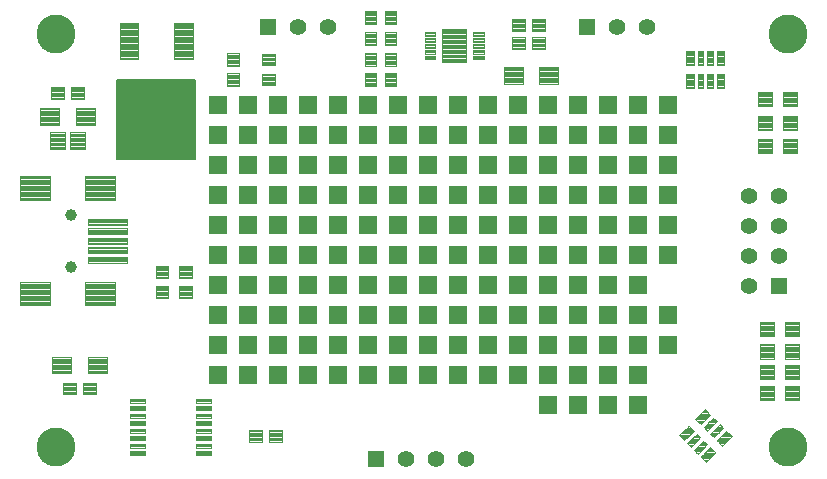
<source format=gts>
G75*
G70*
%OFA0B0*%
%FSLAX24Y24*%
%IPPOS*%
%LPD*%
%AMOC8*
5,1,8,0,0,1.08239X$1,22.5*
%
%ADD10C,0.0043*%
%ADD11C,0.0041*%
%ADD12C,0.0041*%
%ADD13C,0.0040*%
%ADD14C,0.0041*%
%ADD15C,0.0044*%
%ADD16R,0.0555X0.0555*%
%ADD17C,0.0555*%
%ADD18C,0.0041*%
%ADD19C,0.0040*%
%ADD20C,0.0394*%
%ADD21C,0.0054*%
%ADD22C,0.0040*%
%ADD23C,0.0043*%
%ADD24C,0.1300*%
%ADD25R,0.0640X0.0640*%
%ADD26C,0.0041*%
D10*
X006529Y007156D02*
X006959Y007156D01*
X006959Y006764D01*
X006529Y006764D01*
X006529Y007156D01*
X006529Y006806D02*
X006959Y006806D01*
X006959Y006848D02*
X006529Y006848D01*
X006529Y006890D02*
X006959Y006890D01*
X006959Y006932D02*
X006529Y006932D01*
X006529Y006974D02*
X006959Y006974D01*
X006959Y007016D02*
X006529Y007016D01*
X006529Y007058D02*
X006959Y007058D01*
X006959Y007100D02*
X006529Y007100D01*
X006529Y007142D02*
X006959Y007142D01*
X007199Y007156D02*
X007629Y007156D01*
X007629Y006764D01*
X007199Y006764D01*
X007199Y007156D01*
X007199Y006806D02*
X007629Y006806D01*
X007629Y006848D02*
X007199Y006848D01*
X007199Y006890D02*
X007629Y006890D01*
X007629Y006932D02*
X007199Y006932D01*
X007199Y006974D02*
X007629Y006974D01*
X007629Y007016D02*
X007199Y007016D01*
X007199Y007058D02*
X007629Y007058D01*
X007629Y007100D02*
X007199Y007100D01*
X007199Y007142D02*
X007629Y007142D01*
X009620Y009973D02*
X009620Y010365D01*
X010050Y010365D01*
X010050Y009973D01*
X009620Y009973D01*
X009620Y010015D02*
X010050Y010015D01*
X010050Y010057D02*
X009620Y010057D01*
X009620Y010099D02*
X010050Y010099D01*
X010050Y010141D02*
X009620Y010141D01*
X009620Y010183D02*
X010050Y010183D01*
X010050Y010225D02*
X009620Y010225D01*
X009620Y010267D02*
X010050Y010267D01*
X010050Y010309D02*
X009620Y010309D01*
X009620Y010351D02*
X010050Y010351D01*
X009620Y010642D02*
X009620Y011034D01*
X010050Y011034D01*
X010050Y010642D01*
X009620Y010642D01*
X009620Y010684D02*
X010050Y010684D01*
X010050Y010726D02*
X009620Y010726D01*
X009620Y010768D02*
X010050Y010768D01*
X010050Y010810D02*
X009620Y010810D01*
X009620Y010852D02*
X010050Y010852D01*
X010050Y010894D02*
X009620Y010894D01*
X009620Y010936D02*
X010050Y010936D01*
X010050Y010978D02*
X009620Y010978D01*
X009620Y011020D02*
X010050Y011020D01*
X010407Y011034D02*
X010407Y010642D01*
X010407Y011034D02*
X010837Y011034D01*
X010837Y010642D01*
X010407Y010642D01*
X010407Y010684D02*
X010837Y010684D01*
X010837Y010726D02*
X010407Y010726D01*
X010407Y010768D02*
X010837Y010768D01*
X010837Y010810D02*
X010407Y010810D01*
X010407Y010852D02*
X010837Y010852D01*
X010837Y010894D02*
X010407Y010894D01*
X010407Y010936D02*
X010837Y010936D01*
X010837Y010978D02*
X010407Y010978D01*
X010407Y011020D02*
X010837Y011020D01*
X010407Y010365D02*
X010407Y009973D01*
X010407Y010365D02*
X010837Y010365D01*
X010837Y009973D01*
X010407Y009973D01*
X010407Y010015D02*
X010837Y010015D01*
X010837Y010057D02*
X010407Y010057D01*
X010407Y010099D02*
X010837Y010099D01*
X010837Y010141D02*
X010407Y010141D01*
X010407Y010183D02*
X010837Y010183D01*
X010837Y010225D02*
X010407Y010225D01*
X010407Y010267D02*
X010837Y010267D01*
X010837Y010309D02*
X010407Y010309D01*
X010407Y010351D02*
X010837Y010351D01*
X012730Y005189D02*
X013160Y005189D01*
X012730Y005189D02*
X012730Y005581D01*
X013160Y005581D01*
X013160Y005189D01*
X013160Y005231D02*
X012730Y005231D01*
X012730Y005273D02*
X013160Y005273D01*
X013160Y005315D02*
X012730Y005315D01*
X012730Y005357D02*
X013160Y005357D01*
X013160Y005399D02*
X012730Y005399D01*
X012730Y005441D02*
X013160Y005441D01*
X013160Y005483D02*
X012730Y005483D01*
X012730Y005525D02*
X013160Y005525D01*
X013160Y005567D02*
X012730Y005567D01*
X013399Y005189D02*
X013829Y005189D01*
X013399Y005189D02*
X013399Y005581D01*
X013829Y005581D01*
X013829Y005189D01*
X013829Y005231D02*
X013399Y005231D01*
X013399Y005273D02*
X013829Y005273D01*
X013829Y005315D02*
X013399Y005315D01*
X013399Y005357D02*
X013829Y005357D01*
X013829Y005399D02*
X013399Y005399D01*
X013399Y005441D02*
X013829Y005441D01*
X013829Y005483D02*
X013399Y005483D01*
X013399Y005525D02*
X013829Y005525D01*
X013829Y005567D02*
X013399Y005567D01*
X007235Y016999D02*
X006805Y016999D01*
X007235Y016999D02*
X007235Y016607D01*
X006805Y016607D01*
X006805Y016999D01*
X006805Y016649D02*
X007235Y016649D01*
X007235Y016691D02*
X006805Y016691D01*
X006805Y016733D02*
X007235Y016733D01*
X007235Y016775D02*
X006805Y016775D01*
X006805Y016817D02*
X007235Y016817D01*
X007235Y016859D02*
X006805Y016859D01*
X006805Y016901D02*
X007235Y016901D01*
X007235Y016943D02*
X006805Y016943D01*
X006805Y016985D02*
X007235Y016985D01*
X006566Y016999D02*
X006136Y016999D01*
X006566Y016999D02*
X006566Y016607D01*
X006136Y016607D01*
X006136Y016999D01*
X006136Y016649D02*
X006566Y016649D01*
X006566Y016691D02*
X006136Y016691D01*
X006136Y016733D02*
X006566Y016733D01*
X006566Y016775D02*
X006136Y016775D01*
X006136Y016817D02*
X006566Y016817D01*
X006566Y016859D02*
X006136Y016859D01*
X006136Y016901D02*
X006566Y016901D01*
X006566Y016943D02*
X006136Y016943D01*
X006136Y016985D02*
X006566Y016985D01*
X012001Y017040D02*
X012001Y017470D01*
X012393Y017470D01*
X012393Y017040D01*
X012001Y017040D01*
X012001Y017082D02*
X012393Y017082D01*
X012393Y017124D02*
X012001Y017124D01*
X012001Y017166D02*
X012393Y017166D01*
X012393Y017208D02*
X012001Y017208D01*
X012001Y017250D02*
X012393Y017250D01*
X012393Y017292D02*
X012001Y017292D01*
X012001Y017334D02*
X012393Y017334D01*
X012393Y017376D02*
X012001Y017376D01*
X012001Y017418D02*
X012393Y017418D01*
X012393Y017460D02*
X012001Y017460D01*
X012001Y017710D02*
X012001Y018140D01*
X012393Y018140D01*
X012393Y017710D01*
X012001Y017710D01*
X012001Y017752D02*
X012393Y017752D01*
X012393Y017794D02*
X012001Y017794D01*
X012001Y017836D02*
X012393Y017836D01*
X012393Y017878D02*
X012001Y017878D01*
X012001Y017920D02*
X012393Y017920D01*
X012393Y017962D02*
X012001Y017962D01*
X012001Y018004D02*
X012393Y018004D01*
X012393Y018046D02*
X012001Y018046D01*
X012001Y018088D02*
X012393Y018088D01*
X012393Y018130D02*
X012001Y018130D01*
X013163Y018121D02*
X013163Y017729D01*
X013163Y018121D02*
X013593Y018121D01*
X013593Y017729D01*
X013163Y017729D01*
X013163Y017771D02*
X013593Y017771D01*
X013593Y017813D02*
X013163Y017813D01*
X013163Y017855D02*
X013593Y017855D01*
X013593Y017897D02*
X013163Y017897D01*
X013163Y017939D02*
X013593Y017939D01*
X013593Y017981D02*
X013163Y017981D01*
X013163Y018023D02*
X013593Y018023D01*
X013593Y018065D02*
X013163Y018065D01*
X013163Y018107D02*
X013593Y018107D01*
X013163Y017451D02*
X013163Y017059D01*
X013163Y017451D02*
X013593Y017451D01*
X013593Y017059D01*
X013163Y017059D01*
X013163Y017101D02*
X013593Y017101D01*
X013593Y017143D02*
X013163Y017143D01*
X013163Y017185D02*
X013593Y017185D01*
X013593Y017227D02*
X013163Y017227D01*
X013163Y017269D02*
X013593Y017269D01*
X013593Y017311D02*
X013163Y017311D01*
X013163Y017353D02*
X013593Y017353D01*
X013593Y017395D02*
X013163Y017395D01*
X013163Y017437D02*
X013593Y017437D01*
X016588Y017460D02*
X016980Y017460D01*
X016980Y017030D01*
X016588Y017030D01*
X016588Y017460D01*
X016588Y017072D02*
X016980Y017072D01*
X016980Y017114D02*
X016588Y017114D01*
X016588Y017156D02*
X016980Y017156D01*
X016980Y017198D02*
X016588Y017198D01*
X016588Y017240D02*
X016980Y017240D01*
X016980Y017282D02*
X016588Y017282D01*
X016588Y017324D02*
X016980Y017324D01*
X016980Y017366D02*
X016588Y017366D01*
X016588Y017408D02*
X016980Y017408D01*
X016980Y017450D02*
X016588Y017450D01*
X016588Y018149D02*
X016980Y018149D01*
X016980Y017719D01*
X016588Y017719D01*
X016588Y018149D01*
X016588Y017761D02*
X016980Y017761D01*
X016980Y017803D02*
X016588Y017803D01*
X016588Y017845D02*
X016980Y017845D01*
X016980Y017887D02*
X016588Y017887D01*
X016588Y017929D02*
X016980Y017929D01*
X016980Y017971D02*
X016588Y017971D01*
X016588Y018013D02*
X016980Y018013D01*
X016980Y018055D02*
X016588Y018055D01*
X016588Y018097D02*
X016980Y018097D01*
X016980Y018139D02*
X016588Y018139D01*
X016588Y018838D02*
X016980Y018838D01*
X016980Y018408D01*
X016588Y018408D01*
X016588Y018838D01*
X016588Y018450D02*
X016980Y018450D01*
X016980Y018492D02*
X016588Y018492D01*
X016588Y018534D02*
X016980Y018534D01*
X016980Y018576D02*
X016588Y018576D01*
X016588Y018618D02*
X016980Y018618D01*
X016980Y018660D02*
X016588Y018660D01*
X016588Y018702D02*
X016980Y018702D01*
X016980Y018744D02*
X016588Y018744D01*
X016588Y018786D02*
X016980Y018786D01*
X016980Y018828D02*
X016588Y018828D01*
X016588Y019097D02*
X016980Y019097D01*
X016588Y019097D02*
X016588Y019527D01*
X016980Y019527D01*
X016980Y019097D01*
X016980Y019139D02*
X016588Y019139D01*
X016588Y019181D02*
X016980Y019181D01*
X016980Y019223D02*
X016588Y019223D01*
X016588Y019265D02*
X016980Y019265D01*
X016980Y019307D02*
X016588Y019307D01*
X016588Y019349D02*
X016980Y019349D01*
X016980Y019391D02*
X016588Y019391D01*
X016588Y019433D02*
X016980Y019433D01*
X016980Y019475D02*
X016588Y019475D01*
X016588Y019517D02*
X016980Y019517D01*
X017257Y019097D02*
X017649Y019097D01*
X017257Y019097D02*
X017257Y019527D01*
X017649Y019527D01*
X017649Y019097D01*
X017649Y019139D02*
X017257Y019139D01*
X017257Y019181D02*
X017649Y019181D01*
X017649Y019223D02*
X017257Y019223D01*
X017257Y019265D02*
X017649Y019265D01*
X017649Y019307D02*
X017257Y019307D01*
X017257Y019349D02*
X017649Y019349D01*
X017649Y019391D02*
X017257Y019391D01*
X017257Y019433D02*
X017649Y019433D01*
X017649Y019475D02*
X017257Y019475D01*
X017257Y019517D02*
X017649Y019517D01*
X017649Y018838D02*
X017257Y018838D01*
X017649Y018838D02*
X017649Y018408D01*
X017257Y018408D01*
X017257Y018838D01*
X017257Y018450D02*
X017649Y018450D01*
X017649Y018492D02*
X017257Y018492D01*
X017257Y018534D02*
X017649Y018534D01*
X017649Y018576D02*
X017257Y018576D01*
X017257Y018618D02*
X017649Y018618D01*
X017649Y018660D02*
X017257Y018660D01*
X017257Y018702D02*
X017649Y018702D01*
X017649Y018744D02*
X017257Y018744D01*
X017257Y018786D02*
X017649Y018786D01*
X017649Y018828D02*
X017257Y018828D01*
X017257Y018149D02*
X017649Y018149D01*
X017649Y017719D01*
X017257Y017719D01*
X017257Y018149D01*
X017257Y017761D02*
X017649Y017761D01*
X017649Y017803D02*
X017257Y017803D01*
X017257Y017845D02*
X017649Y017845D01*
X017649Y017887D02*
X017257Y017887D01*
X017257Y017929D02*
X017649Y017929D01*
X017649Y017971D02*
X017257Y017971D01*
X017257Y018013D02*
X017649Y018013D01*
X017649Y018055D02*
X017257Y018055D01*
X017257Y018097D02*
X017649Y018097D01*
X017649Y018139D02*
X017257Y018139D01*
X017257Y017460D02*
X017649Y017460D01*
X017649Y017030D01*
X017257Y017030D01*
X017257Y017460D01*
X017257Y017072D02*
X017649Y017072D01*
X017649Y017114D02*
X017257Y017114D01*
X017257Y017156D02*
X017649Y017156D01*
X017649Y017198D02*
X017257Y017198D01*
X017257Y017240D02*
X017649Y017240D01*
X017649Y017282D02*
X017257Y017282D01*
X017257Y017324D02*
X017649Y017324D01*
X017649Y017366D02*
X017257Y017366D01*
X017257Y017408D02*
X017649Y017408D01*
X017649Y017450D02*
X017257Y017450D01*
X021490Y018280D02*
X021920Y018280D01*
X021490Y018280D02*
X021490Y018672D01*
X021920Y018672D01*
X021920Y018280D01*
X021920Y018322D02*
X021490Y018322D01*
X021490Y018364D02*
X021920Y018364D01*
X021920Y018406D02*
X021490Y018406D01*
X021490Y018448D02*
X021920Y018448D01*
X021920Y018490D02*
X021490Y018490D01*
X021490Y018532D02*
X021920Y018532D01*
X021920Y018574D02*
X021490Y018574D01*
X021490Y018616D02*
X021920Y018616D01*
X021920Y018658D02*
X021490Y018658D01*
X022159Y018280D02*
X022589Y018280D01*
X022159Y018280D02*
X022159Y018672D01*
X022589Y018672D01*
X022589Y018280D01*
X022589Y018322D02*
X022159Y018322D01*
X022159Y018364D02*
X022589Y018364D01*
X022589Y018406D02*
X022159Y018406D01*
X022159Y018448D02*
X022589Y018448D01*
X022589Y018490D02*
X022159Y018490D01*
X022159Y018532D02*
X022589Y018532D01*
X022589Y018574D02*
X022159Y018574D01*
X022159Y018616D02*
X022589Y018616D01*
X022589Y018658D02*
X022159Y018658D01*
X022159Y018870D02*
X022589Y018870D01*
X022159Y018870D02*
X022159Y019262D01*
X022589Y019262D01*
X022589Y018870D01*
X022589Y018912D02*
X022159Y018912D01*
X022159Y018954D02*
X022589Y018954D01*
X022589Y018996D02*
X022159Y018996D01*
X022159Y019038D02*
X022589Y019038D01*
X022589Y019080D02*
X022159Y019080D01*
X022159Y019122D02*
X022589Y019122D01*
X022589Y019164D02*
X022159Y019164D01*
X022159Y019206D02*
X022589Y019206D01*
X022589Y019248D02*
X022159Y019248D01*
X021920Y018870D02*
X021490Y018870D01*
X021490Y019262D01*
X021920Y019262D01*
X021920Y018870D01*
X021920Y018912D02*
X021490Y018912D01*
X021490Y018954D02*
X021920Y018954D01*
X021920Y018996D02*
X021490Y018996D01*
X021490Y019038D02*
X021920Y019038D01*
X021920Y019080D02*
X021490Y019080D01*
X021490Y019122D02*
X021920Y019122D01*
X021920Y019164D02*
X021490Y019164D01*
X021490Y019206D02*
X021920Y019206D01*
X021920Y019248D02*
X021490Y019248D01*
D11*
X021233Y017118D02*
X021863Y017118D01*
X021233Y017118D02*
X021233Y017668D01*
X021863Y017668D01*
X021863Y017118D01*
X021863Y017158D02*
X021233Y017158D01*
X021233Y017198D02*
X021863Y017198D01*
X021863Y017238D02*
X021233Y017238D01*
X021233Y017278D02*
X021863Y017278D01*
X021863Y017318D02*
X021233Y017318D01*
X021233Y017358D02*
X021863Y017358D01*
X021863Y017398D02*
X021233Y017398D01*
X021233Y017438D02*
X021863Y017438D01*
X021863Y017478D02*
X021233Y017478D01*
X021233Y017518D02*
X021863Y017518D01*
X021863Y017558D02*
X021233Y017558D01*
X021233Y017598D02*
X021863Y017598D01*
X021863Y017638D02*
X021233Y017638D01*
X022414Y017668D02*
X023044Y017668D01*
X023044Y017118D01*
X022414Y017118D01*
X022414Y017668D01*
X022414Y017158D02*
X023044Y017158D01*
X023044Y017198D02*
X022414Y017198D01*
X022414Y017238D02*
X023044Y017238D01*
X023044Y017278D02*
X022414Y017278D01*
X022414Y017318D02*
X023044Y017318D01*
X023044Y017358D02*
X022414Y017358D01*
X022414Y017398D02*
X023044Y017398D01*
X023044Y017438D02*
X022414Y017438D01*
X022414Y017478D02*
X023044Y017478D01*
X023044Y017518D02*
X022414Y017518D01*
X022414Y017558D02*
X023044Y017558D01*
X023044Y017598D02*
X022414Y017598D01*
X022414Y017638D02*
X023044Y017638D01*
X007591Y016290D02*
X006961Y016290D01*
X007591Y016290D02*
X007591Y015740D01*
X006961Y015740D01*
X006961Y016290D01*
X006961Y015780D02*
X007591Y015780D01*
X007591Y015820D02*
X006961Y015820D01*
X006961Y015860D02*
X007591Y015860D01*
X007591Y015900D02*
X006961Y015900D01*
X006961Y015940D02*
X007591Y015940D01*
X007591Y015980D02*
X006961Y015980D01*
X006961Y016020D02*
X007591Y016020D01*
X007591Y016060D02*
X006961Y016060D01*
X006961Y016100D02*
X007591Y016100D01*
X007591Y016140D02*
X006961Y016140D01*
X006961Y016180D02*
X007591Y016180D01*
X007591Y016220D02*
X006961Y016220D01*
X006961Y016260D02*
X007591Y016260D01*
X006410Y015740D02*
X005780Y015740D01*
X005780Y016290D01*
X006410Y016290D01*
X006410Y015740D01*
X006410Y015780D02*
X005780Y015780D01*
X005780Y015820D02*
X006410Y015820D01*
X006410Y015860D02*
X005780Y015860D01*
X005780Y015900D02*
X006410Y015900D01*
X006410Y015940D02*
X005780Y015940D01*
X005780Y015980D02*
X006410Y015980D01*
X006410Y016020D02*
X005780Y016020D01*
X005780Y016060D02*
X006410Y016060D01*
X006410Y016100D02*
X005780Y016100D01*
X005780Y016140D02*
X006410Y016140D01*
X006410Y016180D02*
X005780Y016180D01*
X005780Y016220D02*
X006410Y016220D01*
X006410Y016260D02*
X005780Y016260D01*
X006174Y007472D02*
X006804Y007472D01*
X006174Y007472D02*
X006174Y008022D01*
X006804Y008022D01*
X006804Y007472D01*
X006804Y007512D02*
X006174Y007512D01*
X006174Y007552D02*
X006804Y007552D01*
X006804Y007592D02*
X006174Y007592D01*
X006174Y007632D02*
X006804Y007632D01*
X006804Y007672D02*
X006174Y007672D01*
X006174Y007712D02*
X006804Y007712D01*
X006804Y007752D02*
X006174Y007752D01*
X006174Y007792D02*
X006804Y007792D01*
X006804Y007832D02*
X006174Y007832D01*
X006174Y007872D02*
X006804Y007872D01*
X006804Y007912D02*
X006174Y007912D01*
X006174Y007952D02*
X006804Y007952D01*
X006804Y007992D02*
X006174Y007992D01*
X007355Y008022D02*
X007985Y008022D01*
X007985Y007472D01*
X007355Y007472D01*
X007355Y008022D01*
X007355Y007512D02*
X007985Y007512D01*
X007985Y007552D02*
X007355Y007552D01*
X007355Y007592D02*
X007985Y007592D01*
X007985Y007632D02*
X007355Y007632D01*
X007355Y007672D02*
X007985Y007672D01*
X007985Y007712D02*
X007355Y007712D01*
X007355Y007752D02*
X007985Y007752D01*
X007985Y007792D02*
X007355Y007792D01*
X007355Y007832D02*
X007985Y007832D01*
X007985Y007872D02*
X007355Y007872D01*
X007355Y007912D02*
X007985Y007912D01*
X007985Y007952D02*
X007355Y007952D01*
X007355Y007992D02*
X007985Y007992D01*
D12*
X018941Y017923D02*
X018941Y018045D01*
X018941Y017923D02*
X018591Y017923D01*
X018591Y018045D01*
X018941Y018045D01*
X018941Y017963D02*
X018591Y017963D01*
X018591Y018003D02*
X018941Y018003D01*
X018941Y018043D02*
X018591Y018043D01*
X018941Y018119D02*
X018941Y018241D01*
X018941Y018119D02*
X018591Y018119D01*
X018591Y018241D01*
X018941Y018241D01*
X018941Y018159D02*
X018591Y018159D01*
X018591Y018199D02*
X018941Y018199D01*
X018941Y018239D02*
X018591Y018239D01*
X018941Y018316D02*
X018941Y018438D01*
X018941Y018316D02*
X018591Y018316D01*
X018591Y018438D01*
X018941Y018438D01*
X018941Y018356D02*
X018591Y018356D01*
X018591Y018396D02*
X018941Y018396D01*
X018941Y018436D02*
X018591Y018436D01*
X018941Y018513D02*
X018941Y018635D01*
X018941Y018513D02*
X018591Y018513D01*
X018591Y018635D01*
X018941Y018635D01*
X018941Y018553D02*
X018591Y018553D01*
X018591Y018593D02*
X018941Y018593D01*
X018941Y018633D02*
X018591Y018633D01*
X018941Y018710D02*
X018941Y018832D01*
X018941Y018710D02*
X018591Y018710D01*
X018591Y018832D01*
X018941Y018832D01*
X018941Y018750D02*
X018591Y018750D01*
X018591Y018790D02*
X018941Y018790D01*
X018941Y018830D02*
X018591Y018830D01*
X020551Y018832D02*
X020551Y018710D01*
X020201Y018710D01*
X020201Y018832D01*
X020551Y018832D01*
X020551Y018750D02*
X020201Y018750D01*
X020201Y018790D02*
X020551Y018790D01*
X020551Y018830D02*
X020201Y018830D01*
X020551Y018635D02*
X020551Y018513D01*
X020201Y018513D01*
X020201Y018635D01*
X020551Y018635D01*
X020551Y018553D02*
X020201Y018553D01*
X020201Y018593D02*
X020551Y018593D01*
X020551Y018633D02*
X020201Y018633D01*
X020551Y018438D02*
X020551Y018316D01*
X020201Y018316D01*
X020201Y018438D01*
X020551Y018438D01*
X020551Y018356D02*
X020201Y018356D01*
X020201Y018396D02*
X020551Y018396D01*
X020551Y018436D02*
X020201Y018436D01*
X020551Y018241D02*
X020551Y018119D01*
X020201Y018119D01*
X020201Y018241D01*
X020551Y018241D01*
X020551Y018159D02*
X020201Y018159D01*
X020201Y018199D02*
X020551Y018199D01*
X020551Y018239D02*
X020201Y018239D01*
X020551Y018045D02*
X020551Y017923D01*
X020201Y017923D01*
X020201Y018045D01*
X020551Y018045D01*
X020551Y017963D02*
X020201Y017963D01*
X020201Y018003D02*
X020551Y018003D01*
X020551Y018043D02*
X020201Y018043D01*
X027702Y018200D02*
X027874Y018200D01*
X027874Y017748D01*
X027702Y017748D01*
X027702Y018200D01*
X027702Y017788D02*
X027874Y017788D01*
X027874Y017828D02*
X027702Y017828D01*
X027702Y017868D02*
X027874Y017868D01*
X027874Y017908D02*
X027702Y017908D01*
X027702Y017948D02*
X027874Y017948D01*
X027874Y017988D02*
X027702Y017988D01*
X027702Y018028D02*
X027874Y018028D01*
X027874Y018068D02*
X027702Y018068D01*
X027702Y018108D02*
X027874Y018108D01*
X027874Y018148D02*
X027702Y018148D01*
X027702Y018188D02*
X027874Y018188D01*
X028017Y018200D02*
X028189Y018200D01*
X028189Y017748D01*
X028017Y017748D01*
X028017Y018200D01*
X028017Y017788D02*
X028189Y017788D01*
X028189Y017828D02*
X028017Y017828D01*
X028017Y017868D02*
X028189Y017868D01*
X028189Y017908D02*
X028017Y017908D01*
X028017Y017948D02*
X028189Y017948D01*
X028189Y017988D02*
X028017Y017988D01*
X028017Y018028D02*
X028189Y018028D01*
X028189Y018068D02*
X028017Y018068D01*
X028017Y018108D02*
X028189Y018108D01*
X028189Y018148D02*
X028017Y018148D01*
X028017Y018188D02*
X028189Y018188D01*
X028189Y017432D02*
X028017Y017432D01*
X028189Y017432D02*
X028189Y016980D01*
X028017Y016980D01*
X028017Y017432D01*
X028017Y017020D02*
X028189Y017020D01*
X028189Y017060D02*
X028017Y017060D01*
X028017Y017100D02*
X028189Y017100D01*
X028189Y017140D02*
X028017Y017140D01*
X028017Y017180D02*
X028189Y017180D01*
X028189Y017220D02*
X028017Y017220D01*
X028017Y017260D02*
X028189Y017260D01*
X028189Y017300D02*
X028017Y017300D01*
X028017Y017340D02*
X028189Y017340D01*
X028189Y017380D02*
X028017Y017380D01*
X028017Y017420D02*
X028189Y017420D01*
X027874Y017432D02*
X027702Y017432D01*
X027874Y017432D02*
X027874Y016980D01*
X027702Y016980D01*
X027702Y017432D01*
X027702Y017020D02*
X027874Y017020D01*
X027874Y017060D02*
X027702Y017060D01*
X027702Y017100D02*
X027874Y017100D01*
X027874Y017140D02*
X027702Y017140D01*
X027702Y017180D02*
X027874Y017180D01*
X027874Y017220D02*
X027702Y017220D01*
X027702Y017260D02*
X027874Y017260D01*
X027874Y017300D02*
X027702Y017300D01*
X027702Y017340D02*
X027874Y017340D01*
X027874Y017380D02*
X027702Y017380D01*
X027702Y017420D02*
X027874Y017420D01*
X027885Y005670D02*
X028007Y005548D01*
X027885Y005670D02*
X028203Y005988D01*
X028325Y005866D01*
X028007Y005548D01*
X028047Y005588D02*
X027967Y005588D01*
X027927Y005628D02*
X028087Y005628D01*
X028127Y005668D02*
X027887Y005668D01*
X027923Y005708D02*
X028167Y005708D01*
X028207Y005748D02*
X027963Y005748D01*
X028003Y005788D02*
X028247Y005788D01*
X028287Y005828D02*
X028043Y005828D01*
X028083Y005868D02*
X028323Y005868D01*
X028283Y005908D02*
X028123Y005908D01*
X028163Y005948D02*
X028243Y005948D01*
X028203Y005988D02*
X028203Y005988D01*
X028108Y005447D02*
X028230Y005325D01*
X028108Y005447D02*
X028426Y005765D01*
X028548Y005643D01*
X028230Y005325D01*
X028270Y005365D02*
X028190Y005365D01*
X028150Y005405D02*
X028310Y005405D01*
X028350Y005445D02*
X028110Y005445D01*
X028146Y005485D02*
X028390Y005485D01*
X028430Y005525D02*
X028186Y005525D01*
X028226Y005565D02*
X028470Y005565D01*
X028510Y005605D02*
X028266Y005605D01*
X028306Y005645D02*
X028546Y005645D01*
X028506Y005685D02*
X028346Y005685D01*
X028386Y005725D02*
X028466Y005725D01*
X028426Y005765D02*
X028426Y005765D01*
X027565Y004904D02*
X027687Y004782D01*
X027565Y004904D02*
X027883Y005222D01*
X028005Y005100D01*
X027687Y004782D01*
X027727Y004822D02*
X027647Y004822D01*
X027607Y004862D02*
X027767Y004862D01*
X027807Y004902D02*
X027567Y004902D01*
X027603Y004942D02*
X027847Y004942D01*
X027887Y004982D02*
X027643Y004982D01*
X027683Y005022D02*
X027927Y005022D01*
X027967Y005062D02*
X027723Y005062D01*
X027763Y005102D02*
X028003Y005102D01*
X027963Y005142D02*
X027803Y005142D01*
X027843Y005182D02*
X027923Y005182D01*
X027883Y005222D02*
X027883Y005222D01*
X027464Y005005D02*
X027342Y005127D01*
X027660Y005445D01*
X027782Y005323D01*
X027464Y005005D01*
X027504Y005045D02*
X027424Y005045D01*
X027384Y005085D02*
X027544Y005085D01*
X027584Y005125D02*
X027344Y005125D01*
X027380Y005165D02*
X027624Y005165D01*
X027664Y005205D02*
X027420Y005205D01*
X027460Y005245D02*
X027704Y005245D01*
X027744Y005285D02*
X027500Y005285D01*
X027540Y005325D02*
X027780Y005325D01*
X027740Y005365D02*
X027580Y005365D01*
X027620Y005405D02*
X027700Y005405D01*
X027660Y005445D02*
X027660Y005445D01*
D13*
X027241Y005227D02*
X027066Y005402D01*
X027385Y005721D01*
X027560Y005546D01*
X027241Y005227D01*
X027280Y005266D02*
X027202Y005266D01*
X027163Y005305D02*
X027319Y005305D01*
X027358Y005344D02*
X027124Y005344D01*
X027085Y005383D02*
X027397Y005383D01*
X027436Y005422D02*
X027086Y005422D01*
X027125Y005461D02*
X027475Y005461D01*
X027514Y005500D02*
X027164Y005500D01*
X027203Y005539D02*
X027553Y005539D01*
X027528Y005578D02*
X027242Y005578D01*
X027281Y005617D02*
X027489Y005617D01*
X027450Y005656D02*
X027320Y005656D01*
X027359Y005695D02*
X027411Y005695D01*
X027609Y005945D02*
X027784Y005770D01*
X027609Y005945D02*
X027928Y006264D01*
X028103Y006089D01*
X027784Y005770D01*
X027823Y005809D02*
X027745Y005809D01*
X027706Y005848D02*
X027862Y005848D01*
X027901Y005887D02*
X027667Y005887D01*
X027628Y005926D02*
X027940Y005926D01*
X027979Y005965D02*
X027629Y005965D01*
X027668Y006004D02*
X028018Y006004D01*
X028057Y006043D02*
X027707Y006043D01*
X027746Y006082D02*
X028096Y006082D01*
X028071Y006121D02*
X027785Y006121D01*
X027824Y006160D02*
X028032Y006160D01*
X027993Y006199D02*
X027863Y006199D01*
X027902Y006238D02*
X027954Y006238D01*
X028330Y005224D02*
X028505Y005049D01*
X028330Y005224D02*
X028649Y005543D01*
X028824Y005368D01*
X028505Y005049D01*
X028544Y005088D02*
X028466Y005088D01*
X028427Y005127D02*
X028583Y005127D01*
X028622Y005166D02*
X028388Y005166D01*
X028349Y005205D02*
X028661Y005205D01*
X028700Y005244D02*
X028350Y005244D01*
X028389Y005283D02*
X028739Y005283D01*
X028778Y005322D02*
X028428Y005322D01*
X028467Y005361D02*
X028817Y005361D01*
X028792Y005400D02*
X028506Y005400D01*
X028545Y005439D02*
X028753Y005439D01*
X028714Y005478D02*
X028584Y005478D01*
X028623Y005517D02*
X028675Y005517D01*
X027787Y004681D02*
X027962Y004506D01*
X027787Y004681D02*
X028106Y005000D01*
X028281Y004825D01*
X027962Y004506D01*
X028001Y004545D02*
X027923Y004545D01*
X027884Y004584D02*
X028040Y004584D01*
X028079Y004623D02*
X027845Y004623D01*
X027806Y004662D02*
X028118Y004662D01*
X028157Y004701D02*
X027807Y004701D01*
X027846Y004740D02*
X028196Y004740D01*
X028235Y004779D02*
X027885Y004779D01*
X027924Y004818D02*
X028274Y004818D01*
X028249Y004857D02*
X027963Y004857D01*
X028002Y004896D02*
X028210Y004896D01*
X028171Y004935D02*
X028041Y004935D01*
X028080Y004974D02*
X028132Y004974D01*
X028331Y017432D02*
X028579Y017432D01*
X028579Y016980D01*
X028331Y016980D01*
X028331Y017432D01*
X028331Y017019D02*
X028579Y017019D01*
X028579Y017058D02*
X028331Y017058D01*
X028331Y017097D02*
X028579Y017097D01*
X028579Y017136D02*
X028331Y017136D01*
X028331Y017175D02*
X028579Y017175D01*
X028579Y017214D02*
X028331Y017214D01*
X028331Y017253D02*
X028579Y017253D01*
X028579Y017292D02*
X028331Y017292D01*
X028331Y017331D02*
X028579Y017331D01*
X028579Y017370D02*
X028331Y017370D01*
X028331Y017409D02*
X028579Y017409D01*
X028579Y018200D02*
X028331Y018200D01*
X028579Y018200D02*
X028579Y017748D01*
X028331Y017748D01*
X028331Y018200D01*
X028331Y017787D02*
X028579Y017787D01*
X028579Y017826D02*
X028331Y017826D01*
X028331Y017865D02*
X028579Y017865D01*
X028579Y017904D02*
X028331Y017904D01*
X028331Y017943D02*
X028579Y017943D01*
X028579Y017982D02*
X028331Y017982D01*
X028331Y018021D02*
X028579Y018021D01*
X028579Y018060D02*
X028331Y018060D01*
X028331Y018099D02*
X028579Y018099D01*
X028579Y018138D02*
X028331Y018138D01*
X028331Y018177D02*
X028579Y018177D01*
X027559Y018200D02*
X027311Y018200D01*
X027559Y018200D02*
X027559Y017748D01*
X027311Y017748D01*
X027311Y018200D01*
X027311Y017787D02*
X027559Y017787D01*
X027559Y017826D02*
X027311Y017826D01*
X027311Y017865D02*
X027559Y017865D01*
X027559Y017904D02*
X027311Y017904D01*
X027311Y017943D02*
X027559Y017943D01*
X027559Y017982D02*
X027311Y017982D01*
X027311Y018021D02*
X027559Y018021D01*
X027559Y018060D02*
X027311Y018060D01*
X027311Y018099D02*
X027559Y018099D01*
X027559Y018138D02*
X027311Y018138D01*
X027311Y018177D02*
X027559Y018177D01*
X027559Y017432D02*
X027311Y017432D01*
X027559Y017432D02*
X027559Y016980D01*
X027311Y016980D01*
X027311Y017432D01*
X027311Y017019D02*
X027559Y017019D01*
X027559Y017058D02*
X027311Y017058D01*
X027311Y017097D02*
X027559Y017097D01*
X027559Y017136D02*
X027311Y017136D01*
X027311Y017175D02*
X027559Y017175D01*
X027559Y017214D02*
X027311Y017214D01*
X027311Y017253D02*
X027559Y017253D01*
X027559Y017292D02*
X027311Y017292D01*
X027311Y017331D02*
X027559Y017331D01*
X027559Y017370D02*
X027311Y017370D01*
X027311Y017409D02*
X027559Y017409D01*
D14*
X029707Y016842D02*
X029707Y016370D01*
X029707Y016842D02*
X030179Y016842D01*
X030179Y016370D01*
X029707Y016370D01*
X029707Y016410D02*
X030179Y016410D01*
X030179Y016450D02*
X029707Y016450D01*
X029707Y016490D02*
X030179Y016490D01*
X030179Y016530D02*
X029707Y016530D01*
X029707Y016570D02*
X030179Y016570D01*
X030179Y016610D02*
X029707Y016610D01*
X029707Y016650D02*
X030179Y016650D01*
X030179Y016690D02*
X029707Y016690D01*
X029707Y016730D02*
X030179Y016730D01*
X030179Y016770D02*
X029707Y016770D01*
X029707Y016810D02*
X030179Y016810D01*
X030534Y016842D02*
X030534Y016370D01*
X030534Y016842D02*
X031006Y016842D01*
X031006Y016370D01*
X030534Y016370D01*
X030534Y016410D02*
X031006Y016410D01*
X031006Y016450D02*
X030534Y016450D01*
X030534Y016490D02*
X031006Y016490D01*
X031006Y016530D02*
X030534Y016530D01*
X030534Y016570D02*
X031006Y016570D01*
X031006Y016610D02*
X030534Y016610D01*
X030534Y016650D02*
X031006Y016650D01*
X031006Y016690D02*
X030534Y016690D01*
X030534Y016730D02*
X031006Y016730D01*
X031006Y016770D02*
X030534Y016770D01*
X030534Y016810D02*
X031006Y016810D01*
X030534Y016054D02*
X030534Y015582D01*
X030534Y016054D02*
X031006Y016054D01*
X031006Y015582D01*
X030534Y015582D01*
X030534Y015622D02*
X031006Y015622D01*
X031006Y015662D02*
X030534Y015662D01*
X030534Y015702D02*
X031006Y015702D01*
X031006Y015742D02*
X030534Y015742D01*
X030534Y015782D02*
X031006Y015782D01*
X031006Y015822D02*
X030534Y015822D01*
X030534Y015862D02*
X031006Y015862D01*
X031006Y015902D02*
X030534Y015902D01*
X030534Y015942D02*
X031006Y015942D01*
X031006Y015982D02*
X030534Y015982D01*
X030534Y016022D02*
X031006Y016022D01*
X029707Y016054D02*
X029707Y015582D01*
X029707Y016054D02*
X030179Y016054D01*
X030179Y015582D01*
X029707Y015582D01*
X029707Y015622D02*
X030179Y015622D01*
X030179Y015662D02*
X029707Y015662D01*
X029707Y015702D02*
X030179Y015702D01*
X030179Y015742D02*
X029707Y015742D01*
X029707Y015782D02*
X030179Y015782D01*
X030179Y015822D02*
X029707Y015822D01*
X029707Y015862D02*
X030179Y015862D01*
X030179Y015902D02*
X029707Y015902D01*
X029707Y015942D02*
X030179Y015942D01*
X030179Y015982D02*
X029707Y015982D01*
X029707Y016022D02*
X030179Y016022D01*
X029707Y015267D02*
X029707Y014795D01*
X029707Y015267D02*
X030179Y015267D01*
X030179Y014795D01*
X029707Y014795D01*
X029707Y014835D02*
X030179Y014835D01*
X030179Y014875D02*
X029707Y014875D01*
X029707Y014915D02*
X030179Y014915D01*
X030179Y014955D02*
X029707Y014955D01*
X029707Y014995D02*
X030179Y014995D01*
X030179Y015035D02*
X029707Y015035D01*
X029707Y015075D02*
X030179Y015075D01*
X030179Y015115D02*
X029707Y015115D01*
X029707Y015155D02*
X030179Y015155D01*
X030179Y015195D02*
X029707Y015195D01*
X029707Y015235D02*
X030179Y015235D01*
X030534Y015267D02*
X030534Y014795D01*
X030534Y015267D02*
X031006Y015267D01*
X031006Y014795D01*
X030534Y014795D01*
X030534Y014835D02*
X031006Y014835D01*
X031006Y014875D02*
X030534Y014875D01*
X030534Y014915D02*
X031006Y014915D01*
X031006Y014955D02*
X030534Y014955D01*
X030534Y014995D02*
X031006Y014995D01*
X031006Y015035D02*
X030534Y015035D01*
X030534Y015075D02*
X031006Y015075D01*
X031006Y015115D02*
X030534Y015115D01*
X030534Y015155D02*
X031006Y015155D01*
X031006Y015195D02*
X030534Y015195D01*
X030534Y015235D02*
X031006Y015235D01*
X031063Y009165D02*
X031063Y008693D01*
X030591Y008693D01*
X030591Y009165D01*
X031063Y009165D01*
X031063Y008733D02*
X030591Y008733D01*
X030591Y008773D02*
X031063Y008773D01*
X031063Y008813D02*
X030591Y008813D01*
X030591Y008853D02*
X031063Y008853D01*
X031063Y008893D02*
X030591Y008893D01*
X030591Y008933D02*
X031063Y008933D01*
X031063Y008973D02*
X030591Y008973D01*
X030591Y009013D02*
X031063Y009013D01*
X031063Y009053D02*
X030591Y009053D01*
X030591Y009093D02*
X031063Y009093D01*
X031063Y009133D02*
X030591Y009133D01*
X030236Y009165D02*
X030236Y008693D01*
X029764Y008693D01*
X029764Y009165D01*
X030236Y009165D01*
X030236Y008733D02*
X029764Y008733D01*
X029764Y008773D02*
X030236Y008773D01*
X030236Y008813D02*
X029764Y008813D01*
X029764Y008853D02*
X030236Y008853D01*
X030236Y008893D02*
X029764Y008893D01*
X029764Y008933D02*
X030236Y008933D01*
X030236Y008973D02*
X029764Y008973D01*
X029764Y009013D02*
X030236Y009013D01*
X030236Y009053D02*
X029764Y009053D01*
X029764Y009093D02*
X030236Y009093D01*
X030236Y009133D02*
X029764Y009133D01*
X030236Y008426D02*
X030236Y007954D01*
X029764Y007954D01*
X029764Y008426D01*
X030236Y008426D01*
X030236Y007994D02*
X029764Y007994D01*
X029764Y008034D02*
X030236Y008034D01*
X030236Y008074D02*
X029764Y008074D01*
X029764Y008114D02*
X030236Y008114D01*
X030236Y008154D02*
X029764Y008154D01*
X029764Y008194D02*
X030236Y008194D01*
X030236Y008234D02*
X029764Y008234D01*
X029764Y008274D02*
X030236Y008274D01*
X030236Y008314D02*
X029764Y008314D01*
X029764Y008354D02*
X030236Y008354D01*
X030236Y008394D02*
X029764Y008394D01*
X031063Y008426D02*
X031063Y007954D01*
X030591Y007954D01*
X030591Y008426D01*
X031063Y008426D01*
X031063Y007994D02*
X030591Y007994D01*
X030591Y008034D02*
X031063Y008034D01*
X031063Y008074D02*
X030591Y008074D01*
X030591Y008114D02*
X031063Y008114D01*
X031063Y008154D02*
X030591Y008154D01*
X030591Y008194D02*
X031063Y008194D01*
X031063Y008234D02*
X030591Y008234D01*
X030591Y008274D02*
X031063Y008274D01*
X031063Y008314D02*
X030591Y008314D01*
X030591Y008354D02*
X031063Y008354D01*
X031063Y008394D02*
X030591Y008394D01*
X031063Y007737D02*
X031063Y007265D01*
X030591Y007265D01*
X030591Y007737D01*
X031063Y007737D01*
X031063Y007305D02*
X030591Y007305D01*
X030591Y007345D02*
X031063Y007345D01*
X031063Y007385D02*
X030591Y007385D01*
X030591Y007425D02*
X031063Y007425D01*
X031063Y007465D02*
X030591Y007465D01*
X030591Y007505D02*
X031063Y007505D01*
X031063Y007545D02*
X030591Y007545D01*
X030591Y007585D02*
X031063Y007585D01*
X031063Y007625D02*
X030591Y007625D01*
X030591Y007665D02*
X031063Y007665D01*
X031063Y007705D02*
X030591Y007705D01*
X030236Y007737D02*
X030236Y007265D01*
X029764Y007265D01*
X029764Y007737D01*
X030236Y007737D01*
X030236Y007305D02*
X029764Y007305D01*
X029764Y007345D02*
X030236Y007345D01*
X030236Y007385D02*
X029764Y007385D01*
X029764Y007425D02*
X030236Y007425D01*
X030236Y007465D02*
X029764Y007465D01*
X029764Y007505D02*
X030236Y007505D01*
X030236Y007545D02*
X029764Y007545D01*
X029764Y007585D02*
X030236Y007585D01*
X030236Y007625D02*
X029764Y007625D01*
X029764Y007665D02*
X030236Y007665D01*
X030236Y007705D02*
X029764Y007705D01*
X030236Y007048D02*
X030236Y006576D01*
X029764Y006576D01*
X029764Y007048D01*
X030236Y007048D01*
X030236Y006616D02*
X029764Y006616D01*
X029764Y006656D02*
X030236Y006656D01*
X030236Y006696D02*
X029764Y006696D01*
X029764Y006736D02*
X030236Y006736D01*
X030236Y006776D02*
X029764Y006776D01*
X029764Y006816D02*
X030236Y006816D01*
X030236Y006856D02*
X029764Y006856D01*
X029764Y006896D02*
X030236Y006896D01*
X030236Y006936D02*
X029764Y006936D01*
X029764Y006976D02*
X030236Y006976D01*
X030236Y007016D02*
X029764Y007016D01*
X031063Y007048D02*
X031063Y006576D01*
X030591Y006576D01*
X030591Y007048D01*
X031063Y007048D01*
X031063Y006616D02*
X030591Y006616D01*
X030591Y006656D02*
X031063Y006656D01*
X031063Y006696D02*
X030591Y006696D01*
X030591Y006736D02*
X031063Y006736D01*
X031063Y006776D02*
X030591Y006776D01*
X030591Y006816D02*
X031063Y006816D01*
X031063Y006856D02*
X030591Y006856D01*
X030591Y006896D02*
X031063Y006896D01*
X031063Y006936D02*
X030591Y006936D01*
X030591Y006976D02*
X031063Y006976D01*
X031063Y007016D02*
X030591Y007016D01*
D15*
X007274Y015521D02*
X006766Y015521D01*
X007274Y015521D02*
X007274Y014935D01*
X006766Y014935D01*
X006766Y015521D01*
X006766Y014978D02*
X007274Y014978D01*
X007274Y015021D02*
X006766Y015021D01*
X006766Y015064D02*
X007274Y015064D01*
X007274Y015107D02*
X006766Y015107D01*
X006766Y015150D02*
X007274Y015150D01*
X007274Y015193D02*
X006766Y015193D01*
X006766Y015236D02*
X007274Y015236D01*
X007274Y015279D02*
X006766Y015279D01*
X006766Y015322D02*
X007274Y015322D01*
X007274Y015365D02*
X006766Y015365D01*
X006766Y015408D02*
X007274Y015408D01*
X007274Y015451D02*
X006766Y015451D01*
X006766Y015494D02*
X007274Y015494D01*
X006605Y015521D02*
X006097Y015521D01*
X006605Y015521D02*
X006605Y014935D01*
X006097Y014935D01*
X006097Y015521D01*
X006097Y014978D02*
X006605Y014978D01*
X006605Y015021D02*
X006097Y015021D01*
X006097Y015064D02*
X006605Y015064D01*
X006605Y015107D02*
X006097Y015107D01*
X006097Y015150D02*
X006605Y015150D01*
X006605Y015193D02*
X006097Y015193D01*
X006097Y015236D02*
X006605Y015236D01*
X006605Y015279D02*
X006097Y015279D01*
X006097Y015322D02*
X006605Y015322D01*
X006605Y015365D02*
X006097Y015365D01*
X006097Y015408D02*
X006605Y015408D01*
X006605Y015451D02*
X006097Y015451D01*
X006097Y015494D02*
X006605Y015494D01*
D16*
X013378Y019017D03*
X024008Y019017D03*
X030414Y010381D03*
X016971Y004598D03*
D17*
X017971Y004598D03*
X018971Y004598D03*
X019971Y004598D03*
X029414Y010381D03*
X029414Y011381D03*
X030414Y011381D03*
X030414Y012381D03*
X029414Y012381D03*
X029414Y013381D03*
X030414Y013381D03*
X026008Y019017D03*
X025008Y019017D03*
X015378Y019017D03*
X014378Y019017D03*
D18*
X007276Y014026D02*
X007276Y013240D01*
X007276Y014026D02*
X008260Y014026D01*
X008260Y013240D01*
X007276Y013240D01*
X007276Y013280D02*
X008260Y013280D01*
X008260Y013320D02*
X007276Y013320D01*
X007276Y013360D02*
X008260Y013360D01*
X008260Y013400D02*
X007276Y013400D01*
X007276Y013440D02*
X008260Y013440D01*
X008260Y013480D02*
X007276Y013480D01*
X007276Y013520D02*
X008260Y013520D01*
X008260Y013560D02*
X007276Y013560D01*
X007276Y013600D02*
X008260Y013600D01*
X008260Y013640D02*
X007276Y013640D01*
X007276Y013680D02*
X008260Y013680D01*
X008260Y013720D02*
X007276Y013720D01*
X007276Y013760D02*
X008260Y013760D01*
X008260Y013800D02*
X007276Y013800D01*
X007276Y013840D02*
X008260Y013840D01*
X008260Y013880D02*
X007276Y013880D01*
X007276Y013920D02*
X008260Y013920D01*
X008260Y013960D02*
X007276Y013960D01*
X007276Y014000D02*
X008260Y014000D01*
X005111Y014026D02*
X005111Y013240D01*
X005111Y014026D02*
X006095Y014026D01*
X006095Y013240D01*
X005111Y013240D01*
X005111Y013280D02*
X006095Y013280D01*
X006095Y013320D02*
X005111Y013320D01*
X005111Y013360D02*
X006095Y013360D01*
X006095Y013400D02*
X005111Y013400D01*
X005111Y013440D02*
X006095Y013440D01*
X006095Y013480D02*
X005111Y013480D01*
X005111Y013520D02*
X006095Y013520D01*
X006095Y013560D02*
X005111Y013560D01*
X005111Y013600D02*
X006095Y013600D01*
X006095Y013640D02*
X005111Y013640D01*
X005111Y013680D02*
X006095Y013680D01*
X006095Y013720D02*
X005111Y013720D01*
X005111Y013760D02*
X006095Y013760D01*
X006095Y013800D02*
X005111Y013800D01*
X005111Y013840D02*
X006095Y013840D01*
X006095Y013880D02*
X005111Y013880D01*
X005111Y013920D02*
X006095Y013920D01*
X006095Y013960D02*
X005111Y013960D01*
X005111Y014000D02*
X006095Y014000D01*
X005111Y010522D02*
X005111Y009736D01*
X005111Y010522D02*
X006095Y010522D01*
X006095Y009736D01*
X005111Y009736D01*
X005111Y009776D02*
X006095Y009776D01*
X006095Y009816D02*
X005111Y009816D01*
X005111Y009856D02*
X006095Y009856D01*
X006095Y009896D02*
X005111Y009896D01*
X005111Y009936D02*
X006095Y009936D01*
X006095Y009976D02*
X005111Y009976D01*
X005111Y010016D02*
X006095Y010016D01*
X006095Y010056D02*
X005111Y010056D01*
X005111Y010096D02*
X006095Y010096D01*
X006095Y010136D02*
X005111Y010136D01*
X005111Y010176D02*
X006095Y010176D01*
X006095Y010216D02*
X005111Y010216D01*
X005111Y010256D02*
X006095Y010256D01*
X006095Y010296D02*
X005111Y010296D01*
X005111Y010336D02*
X006095Y010336D01*
X006095Y010376D02*
X005111Y010376D01*
X005111Y010416D02*
X006095Y010416D01*
X006095Y010456D02*
X005111Y010456D01*
X005111Y010496D02*
X006095Y010496D01*
X007276Y010522D02*
X007276Y009736D01*
X007276Y010522D02*
X008260Y010522D01*
X008260Y009736D01*
X007276Y009736D01*
X007276Y009776D02*
X008260Y009776D01*
X008260Y009816D02*
X007276Y009816D01*
X007276Y009856D02*
X008260Y009856D01*
X008260Y009896D02*
X007276Y009896D01*
X007276Y009936D02*
X008260Y009936D01*
X008260Y009976D02*
X007276Y009976D01*
X007276Y010016D02*
X008260Y010016D01*
X008260Y010056D02*
X007276Y010056D01*
X007276Y010096D02*
X008260Y010096D01*
X008260Y010136D02*
X007276Y010136D01*
X007276Y010176D02*
X008260Y010176D01*
X008260Y010216D02*
X007276Y010216D01*
X007276Y010256D02*
X008260Y010256D01*
X008260Y010296D02*
X007276Y010296D01*
X007276Y010336D02*
X008260Y010336D01*
X008260Y010376D02*
X007276Y010376D01*
X007276Y010416D02*
X008260Y010416D01*
X008260Y010456D02*
X007276Y010456D01*
X007276Y010496D02*
X008260Y010496D01*
D19*
X007355Y011153D02*
X007355Y011349D01*
X008653Y011349D01*
X008653Y011153D01*
X007355Y011153D01*
X007355Y011192D02*
X008653Y011192D01*
X008653Y011231D02*
X007355Y011231D01*
X007355Y011270D02*
X008653Y011270D01*
X008653Y011309D02*
X007355Y011309D01*
X007355Y011348D02*
X008653Y011348D01*
X007355Y011468D02*
X007355Y011664D01*
X008653Y011664D01*
X008653Y011468D01*
X007355Y011468D01*
X007355Y011507D02*
X008653Y011507D01*
X008653Y011546D02*
X007355Y011546D01*
X007355Y011585D02*
X008653Y011585D01*
X008653Y011624D02*
X007355Y011624D01*
X007355Y011663D02*
X008653Y011663D01*
X007355Y011783D02*
X007355Y011979D01*
X008653Y011979D01*
X008653Y011783D01*
X007355Y011783D01*
X007355Y011822D02*
X008653Y011822D01*
X008653Y011861D02*
X007355Y011861D01*
X007355Y011900D02*
X008653Y011900D01*
X008653Y011939D02*
X007355Y011939D01*
X007355Y011978D02*
X008653Y011978D01*
X007355Y012098D02*
X007355Y012294D01*
X008653Y012294D01*
X008653Y012098D01*
X007355Y012098D01*
X007355Y012137D02*
X008653Y012137D01*
X008653Y012176D02*
X007355Y012176D01*
X007355Y012215D02*
X008653Y012215D01*
X008653Y012254D02*
X007355Y012254D01*
X007355Y012293D02*
X008653Y012293D01*
X007355Y012413D02*
X007355Y012609D01*
X008653Y012609D01*
X008653Y012413D01*
X007355Y012413D01*
X007355Y012452D02*
X008653Y012452D01*
X008653Y012491D02*
X007355Y012491D01*
X007355Y012530D02*
X008653Y012530D01*
X008653Y012569D02*
X007355Y012569D01*
X007355Y012608D02*
X008653Y012608D01*
D20*
X006784Y012747D03*
X006784Y011015D03*
D21*
X008326Y017229D02*
X010950Y017229D01*
X010950Y014605D01*
X008326Y014605D01*
X008326Y017229D01*
X008326Y014658D02*
X010950Y014658D01*
X010950Y014711D02*
X008326Y014711D01*
X008326Y014764D02*
X010950Y014764D01*
X010950Y014817D02*
X008326Y014817D01*
X008326Y014870D02*
X010950Y014870D01*
X010950Y014923D02*
X008326Y014923D01*
X008326Y014976D02*
X010950Y014976D01*
X010950Y015029D02*
X008326Y015029D01*
X008326Y015082D02*
X010950Y015082D01*
X010950Y015135D02*
X008326Y015135D01*
X008326Y015188D02*
X010950Y015188D01*
X010950Y015241D02*
X008326Y015241D01*
X008326Y015294D02*
X010950Y015294D01*
X010950Y015347D02*
X008326Y015347D01*
X008326Y015400D02*
X010950Y015400D01*
X010950Y015453D02*
X008326Y015453D01*
X008326Y015506D02*
X010950Y015506D01*
X010950Y015559D02*
X008326Y015559D01*
X008326Y015612D02*
X010950Y015612D01*
X010950Y015665D02*
X008326Y015665D01*
X008326Y015718D02*
X010950Y015718D01*
X010950Y015771D02*
X008326Y015771D01*
X008326Y015824D02*
X010950Y015824D01*
X010950Y015877D02*
X008326Y015877D01*
X008326Y015930D02*
X010950Y015930D01*
X010950Y015983D02*
X008326Y015983D01*
X008326Y016036D02*
X010950Y016036D01*
X010950Y016089D02*
X008326Y016089D01*
X008326Y016142D02*
X010950Y016142D01*
X010950Y016195D02*
X008326Y016195D01*
X008326Y016248D02*
X010950Y016248D01*
X010950Y016301D02*
X008326Y016301D01*
X008326Y016354D02*
X010950Y016354D01*
X010950Y016407D02*
X008326Y016407D01*
X008326Y016460D02*
X010950Y016460D01*
X010950Y016513D02*
X008326Y016513D01*
X008326Y016566D02*
X010950Y016566D01*
X010950Y016619D02*
X008326Y016619D01*
X008326Y016672D02*
X010950Y016672D01*
X010950Y016725D02*
X008326Y016725D01*
X008326Y016778D02*
X010950Y016778D01*
X010950Y016831D02*
X008326Y016831D01*
X008326Y016884D02*
X010950Y016884D01*
X010950Y016937D02*
X008326Y016937D01*
X008326Y016990D02*
X010950Y016990D01*
X010950Y017043D02*
X008326Y017043D01*
X008326Y017096D02*
X010950Y017096D01*
X010950Y017149D02*
X008326Y017149D01*
X008326Y017202D02*
X010950Y017202D01*
D22*
X010859Y019125D02*
X010229Y019125D01*
X010859Y019125D02*
X010859Y017945D01*
X010229Y017945D01*
X010229Y019125D01*
X010229Y017984D02*
X010859Y017984D01*
X010859Y018023D02*
X010229Y018023D01*
X010229Y018062D02*
X010859Y018062D01*
X010859Y018101D02*
X010229Y018101D01*
X010229Y018140D02*
X010859Y018140D01*
X010859Y018179D02*
X010229Y018179D01*
X010229Y018218D02*
X010859Y018218D01*
X010859Y018257D02*
X010229Y018257D01*
X010229Y018296D02*
X010859Y018296D01*
X010859Y018335D02*
X010229Y018335D01*
X010229Y018374D02*
X010859Y018374D01*
X010859Y018413D02*
X010229Y018413D01*
X010229Y018452D02*
X010859Y018452D01*
X010859Y018491D02*
X010229Y018491D01*
X010229Y018530D02*
X010859Y018530D01*
X010859Y018569D02*
X010229Y018569D01*
X010229Y018608D02*
X010859Y018608D01*
X010859Y018647D02*
X010229Y018647D01*
X010229Y018686D02*
X010859Y018686D01*
X010859Y018725D02*
X010229Y018725D01*
X010229Y018764D02*
X010859Y018764D01*
X010859Y018803D02*
X010229Y018803D01*
X010229Y018842D02*
X010859Y018842D01*
X010859Y018881D02*
X010229Y018881D01*
X010229Y018920D02*
X010859Y018920D01*
X010859Y018959D02*
X010229Y018959D01*
X010229Y018998D02*
X010859Y018998D01*
X010859Y019037D02*
X010229Y019037D01*
X010229Y019076D02*
X010859Y019076D01*
X010859Y019115D02*
X010229Y019115D01*
X009048Y019125D02*
X008418Y019125D01*
X009048Y019125D02*
X009048Y017945D01*
X008418Y017945D01*
X008418Y019125D01*
X008418Y017984D02*
X009048Y017984D01*
X009048Y018023D02*
X008418Y018023D01*
X008418Y018062D02*
X009048Y018062D01*
X009048Y018101D02*
X008418Y018101D01*
X008418Y018140D02*
X009048Y018140D01*
X009048Y018179D02*
X008418Y018179D01*
X008418Y018218D02*
X009048Y018218D01*
X009048Y018257D02*
X008418Y018257D01*
X008418Y018296D02*
X009048Y018296D01*
X009048Y018335D02*
X008418Y018335D01*
X008418Y018374D02*
X009048Y018374D01*
X009048Y018413D02*
X008418Y018413D01*
X008418Y018452D02*
X009048Y018452D01*
X009048Y018491D02*
X008418Y018491D01*
X008418Y018530D02*
X009048Y018530D01*
X009048Y018569D02*
X008418Y018569D01*
X008418Y018608D02*
X009048Y018608D01*
X009048Y018647D02*
X008418Y018647D01*
X008418Y018686D02*
X009048Y018686D01*
X009048Y018725D02*
X008418Y018725D01*
X008418Y018764D02*
X009048Y018764D01*
X009048Y018803D02*
X008418Y018803D01*
X008418Y018842D02*
X009048Y018842D01*
X009048Y018881D02*
X008418Y018881D01*
X008418Y018920D02*
X009048Y018920D01*
X009048Y018959D02*
X008418Y018959D01*
X008418Y018998D02*
X009048Y018998D01*
X009048Y019037D02*
X008418Y019037D01*
X008418Y019076D02*
X009048Y019076D01*
X009048Y019115D02*
X008418Y019115D01*
D23*
X019979Y018925D02*
X019979Y017829D01*
X019163Y017829D01*
X019163Y018925D01*
X019979Y018925D01*
X019979Y017871D02*
X019163Y017871D01*
X019163Y017913D02*
X019979Y017913D01*
X019979Y017955D02*
X019163Y017955D01*
X019163Y017997D02*
X019979Y017997D01*
X019979Y018039D02*
X019163Y018039D01*
X019163Y018081D02*
X019979Y018081D01*
X019979Y018123D02*
X019163Y018123D01*
X019163Y018165D02*
X019979Y018165D01*
X019979Y018207D02*
X019163Y018207D01*
X019163Y018249D02*
X019979Y018249D01*
X019979Y018291D02*
X019163Y018291D01*
X019163Y018333D02*
X019979Y018333D01*
X019979Y018375D02*
X019163Y018375D01*
X019163Y018417D02*
X019979Y018417D01*
X019979Y018459D02*
X019163Y018459D01*
X019163Y018501D02*
X019979Y018501D01*
X019979Y018543D02*
X019163Y018543D01*
X019163Y018585D02*
X019979Y018585D01*
X019979Y018627D02*
X019163Y018627D01*
X019163Y018669D02*
X019979Y018669D01*
X019979Y018711D02*
X019163Y018711D01*
X019163Y018753D02*
X019979Y018753D01*
X019979Y018795D02*
X019163Y018795D01*
X019163Y018837D02*
X019979Y018837D01*
X019979Y018879D02*
X019163Y018879D01*
X019163Y018921D02*
X019979Y018921D01*
D24*
X006292Y004999D03*
X006292Y018779D03*
X030701Y018779D03*
X030701Y004999D03*
D25*
X025717Y006417D03*
X024717Y006417D03*
X023717Y006417D03*
X022717Y006417D03*
X022717Y007417D03*
X023717Y007417D03*
X024717Y007417D03*
X025717Y007417D03*
X025717Y008417D03*
X026717Y008417D03*
X026717Y009417D03*
X025717Y009417D03*
X024717Y009417D03*
X023717Y009417D03*
X022717Y009417D03*
X021717Y009417D03*
X020717Y009417D03*
X019717Y009417D03*
X018717Y009417D03*
X017717Y009417D03*
X016717Y009417D03*
X015717Y009417D03*
X014717Y009417D03*
X013717Y009417D03*
X012717Y009417D03*
X011717Y009417D03*
X011717Y008417D03*
X012717Y008417D03*
X013717Y008417D03*
X014717Y008417D03*
X015717Y008417D03*
X016717Y008417D03*
X017717Y008417D03*
X018717Y008417D03*
X019717Y008417D03*
X020717Y008417D03*
X021717Y008417D03*
X022717Y008417D03*
X023717Y008417D03*
X024717Y008417D03*
X024717Y010417D03*
X025717Y010417D03*
X025717Y011417D03*
X026717Y011417D03*
X026717Y012417D03*
X025717Y012417D03*
X024717Y012417D03*
X023717Y012417D03*
X022717Y012417D03*
X021717Y012417D03*
X020717Y012417D03*
X019717Y012417D03*
X018717Y012417D03*
X017717Y012417D03*
X016717Y012417D03*
X015717Y012417D03*
X014717Y012417D03*
X013717Y012417D03*
X012717Y012417D03*
X011717Y012417D03*
X011717Y013417D03*
X012717Y013417D03*
X012717Y014417D03*
X011717Y014417D03*
X011717Y015417D03*
X012717Y015417D03*
X013717Y015417D03*
X014717Y015417D03*
X015717Y015417D03*
X016717Y015417D03*
X017717Y015417D03*
X018717Y015417D03*
X019717Y015417D03*
X020717Y015417D03*
X021717Y015417D03*
X022717Y015417D03*
X023717Y015417D03*
X024717Y015417D03*
X025717Y015417D03*
X026717Y015417D03*
X026717Y016417D03*
X025717Y016417D03*
X024717Y016417D03*
X023717Y016417D03*
X022717Y016417D03*
X021717Y016417D03*
X020717Y016417D03*
X019717Y016417D03*
X018717Y016417D03*
X017717Y016417D03*
X016717Y016417D03*
X015717Y016417D03*
X014717Y016417D03*
X013717Y016417D03*
X012717Y016417D03*
X011717Y016417D03*
X013717Y014417D03*
X014717Y014417D03*
X015717Y014417D03*
X016717Y014417D03*
X017717Y014417D03*
X018717Y014417D03*
X019717Y014417D03*
X020717Y014417D03*
X021717Y014417D03*
X022717Y014417D03*
X023717Y014417D03*
X024717Y014417D03*
X025717Y014417D03*
X026717Y014417D03*
X026717Y013417D03*
X025717Y013417D03*
X024717Y013417D03*
X023717Y013417D03*
X022717Y013417D03*
X021717Y013417D03*
X020717Y013417D03*
X019717Y013417D03*
X018717Y013417D03*
X017717Y013417D03*
X016717Y013417D03*
X015717Y013417D03*
X014717Y013417D03*
X013717Y013417D03*
X013717Y011417D03*
X014717Y011417D03*
X015717Y011417D03*
X016717Y011417D03*
X017717Y011417D03*
X018717Y011417D03*
X019717Y011417D03*
X020717Y011417D03*
X021717Y011417D03*
X022717Y011417D03*
X023717Y011417D03*
X024717Y011417D03*
X023717Y010417D03*
X022717Y010417D03*
X021717Y010417D03*
X020717Y010417D03*
X019717Y010417D03*
X018717Y010417D03*
X017717Y010417D03*
X016717Y010417D03*
X015717Y010417D03*
X014717Y010417D03*
X013717Y010417D03*
X012717Y010417D03*
X011717Y010417D03*
X011717Y011417D03*
X012717Y011417D03*
X012717Y007417D03*
X011717Y007417D03*
X013717Y007417D03*
X014717Y007417D03*
X015717Y007417D03*
X016717Y007417D03*
X017717Y007417D03*
X018717Y007417D03*
X019717Y007417D03*
X020717Y007417D03*
X021717Y007417D03*
D26*
X011464Y006610D02*
X011464Y006484D01*
X010968Y006484D01*
X010968Y006610D01*
X011464Y006610D01*
X011464Y006524D02*
X010968Y006524D01*
X010968Y006564D02*
X011464Y006564D01*
X011464Y006604D02*
X010968Y006604D01*
X011464Y006360D02*
X011464Y006234D01*
X010968Y006234D01*
X010968Y006360D01*
X011464Y006360D01*
X011464Y006274D02*
X010968Y006274D01*
X010968Y006314D02*
X011464Y006314D01*
X011464Y006354D02*
X010968Y006354D01*
X011464Y006110D02*
X011464Y005984D01*
X010968Y005984D01*
X010968Y006110D01*
X011464Y006110D01*
X011464Y006024D02*
X010968Y006024D01*
X010968Y006064D02*
X011464Y006064D01*
X011464Y006104D02*
X010968Y006104D01*
X011464Y005860D02*
X011464Y005734D01*
X010968Y005734D01*
X010968Y005860D01*
X011464Y005860D01*
X011464Y005774D02*
X010968Y005774D01*
X010968Y005814D02*
X011464Y005814D01*
X011464Y005854D02*
X010968Y005854D01*
X011464Y005610D02*
X011464Y005484D01*
X010968Y005484D01*
X010968Y005610D01*
X011464Y005610D01*
X011464Y005524D02*
X010968Y005524D01*
X010968Y005564D02*
X011464Y005564D01*
X011464Y005604D02*
X010968Y005604D01*
X011464Y005360D02*
X011464Y005234D01*
X010968Y005234D01*
X010968Y005360D01*
X011464Y005360D01*
X011464Y005274D02*
X010968Y005274D01*
X010968Y005314D02*
X011464Y005314D01*
X011464Y005354D02*
X010968Y005354D01*
X011464Y005110D02*
X011464Y004984D01*
X010968Y004984D01*
X010968Y005110D01*
X011464Y005110D01*
X011464Y005024D02*
X010968Y005024D01*
X010968Y005064D02*
X011464Y005064D01*
X011464Y005104D02*
X010968Y005104D01*
X011464Y004860D02*
X011464Y004734D01*
X010968Y004734D01*
X010968Y004860D01*
X011464Y004860D01*
X011464Y004774D02*
X010968Y004774D01*
X010968Y004814D02*
X011464Y004814D01*
X011464Y004854D02*
X010968Y004854D01*
X009276Y004860D02*
X009276Y004734D01*
X008780Y004734D01*
X008780Y004860D01*
X009276Y004860D01*
X009276Y004774D02*
X008780Y004774D01*
X008780Y004814D02*
X009276Y004814D01*
X009276Y004854D02*
X008780Y004854D01*
X009276Y004984D02*
X009276Y005110D01*
X009276Y004984D02*
X008780Y004984D01*
X008780Y005110D01*
X009276Y005110D01*
X009276Y005024D02*
X008780Y005024D01*
X008780Y005064D02*
X009276Y005064D01*
X009276Y005104D02*
X008780Y005104D01*
X009276Y005234D02*
X009276Y005360D01*
X009276Y005234D02*
X008780Y005234D01*
X008780Y005360D01*
X009276Y005360D01*
X009276Y005274D02*
X008780Y005274D01*
X008780Y005314D02*
X009276Y005314D01*
X009276Y005354D02*
X008780Y005354D01*
X009276Y005484D02*
X009276Y005610D01*
X009276Y005484D02*
X008780Y005484D01*
X008780Y005610D01*
X009276Y005610D01*
X009276Y005524D02*
X008780Y005524D01*
X008780Y005564D02*
X009276Y005564D01*
X009276Y005604D02*
X008780Y005604D01*
X009276Y005734D02*
X009276Y005860D01*
X009276Y005734D02*
X008780Y005734D01*
X008780Y005860D01*
X009276Y005860D01*
X009276Y005774D02*
X008780Y005774D01*
X008780Y005814D02*
X009276Y005814D01*
X009276Y005854D02*
X008780Y005854D01*
X009276Y005984D02*
X009276Y006110D01*
X009276Y005984D02*
X008780Y005984D01*
X008780Y006110D01*
X009276Y006110D01*
X009276Y006024D02*
X008780Y006024D01*
X008780Y006064D02*
X009276Y006064D01*
X009276Y006104D02*
X008780Y006104D01*
X009276Y006234D02*
X009276Y006360D01*
X009276Y006234D02*
X008780Y006234D01*
X008780Y006360D01*
X009276Y006360D01*
X009276Y006274D02*
X008780Y006274D01*
X008780Y006314D02*
X009276Y006314D01*
X009276Y006354D02*
X008780Y006354D01*
X009276Y006484D02*
X009276Y006610D01*
X009276Y006484D02*
X008780Y006484D01*
X008780Y006610D01*
X009276Y006610D01*
X009276Y006524D02*
X008780Y006524D01*
X008780Y006564D02*
X009276Y006564D01*
X009276Y006604D02*
X008780Y006604D01*
M02*

</source>
